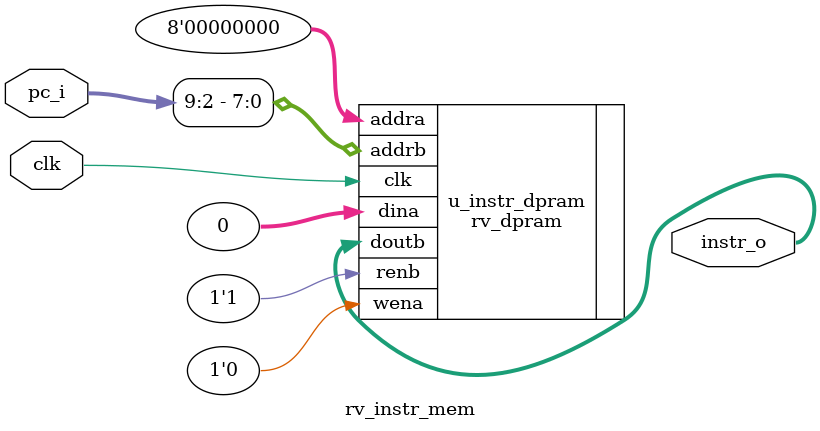
<source format=v>

`timescale 1ns / 1ps

module rv_instr_mem(
    input           clk,
    input   [63:0]  pc_i,
    output  [31:0]  instr_o
);

//------------------------ INST ------------------------//

rv_dpram #(
    .WIDTH (32),
    .DEPTH (256)
) u_instr_dpram (
    .clk(clk),
    .wena(1'b0),
    .addra(8'b0),  // [clog2(DEPTH)-1:0]
    .dina(32'b0),    // [WIDTH-1:0]
    .renb(1'b1),
    .addrb(pc_i[9:2]),  // [clog2(DEPTH)-1:0]   // larger is not supported
    .doutb(instr_o)   // [WIDTH-1:0]
);

endmodule

</source>
